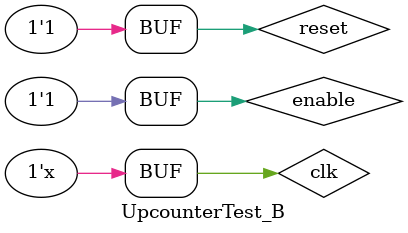
<source format=v>
module UpcounterTest_B();
reg clk;
reg reset;
reg enable;
wire [3:0] number;

always #10 clk <= ~clk;


Upcounter_B UUT(clk, reset, enable, number);

initial begin

clk <= 1'b0;
reset <= 1'b0;
enable <=1'b1;

#25

#1
reset <= 1'b1;

#5
reset <= 1'b0;
#5

enable <= 1'b1;
#1
reset <= 1'b1;
#5
reset <= 1'b0;

#380
reset<=1'b1;


end


endmodule

</source>
